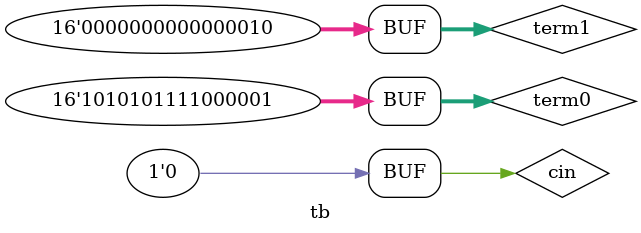
<source format=v>
module tb;
  initial begin $dumpfile("build/prefix_adder.vcd"); $dumpvars(0,tb); end
  
 	reg [15:0] term0,term1;
 	reg cin;
	wire [15:0] sum;
	wire cout;

 	prefix_adder p0(term0,term1,cin,sum,cout);
 	initial begin
 	term0 = 16'habc1;
	term1 = 16'h0002;
	cin = 0;
	#10;
 	end
 	
endmodule

</source>
